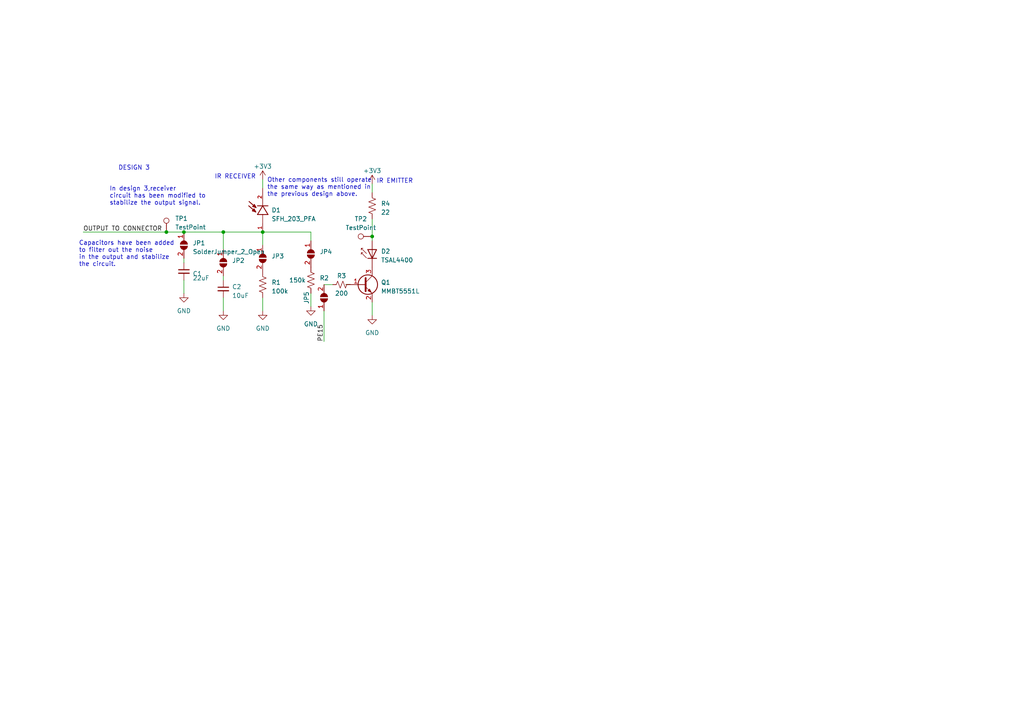
<source format=kicad_sch>
(kicad_sch (version 20230121) (generator eeschema)

  (uuid 3f0238dd-67d5-44a5-b7c4-baa1fd09b154)

  (paper "A4")

  (lib_symbols
    (symbol "Connector:TestPoint" (pin_numbers hide) (pin_names (offset 0.762) hide) (in_bom yes) (on_board yes)
      (property "Reference" "TP" (at 0 6.858 0)
        (effects (font (size 1.27 1.27)))
      )
      (property "Value" "TestPoint" (at 0 5.08 0)
        (effects (font (size 1.27 1.27)))
      )
      (property "Footprint" "" (at 5.08 0 0)
        (effects (font (size 1.27 1.27)) hide)
      )
      (property "Datasheet" "~" (at 5.08 0 0)
        (effects (font (size 1.27 1.27)) hide)
      )
      (property "ki_keywords" "test point tp" (at 0 0 0)
        (effects (font (size 1.27 1.27)) hide)
      )
      (property "ki_description" "test point" (at 0 0 0)
        (effects (font (size 1.27 1.27)) hide)
      )
      (property "ki_fp_filters" "Pin* Test*" (at 0 0 0)
        (effects (font (size 1.27 1.27)) hide)
      )
      (symbol "TestPoint_0_1"
        (circle (center 0 3.302) (radius 0.762)
          (stroke (width 0) (type default))
          (fill (type none))
        )
      )
      (symbol "TestPoint_1_1"
        (pin passive line (at 0 0 90) (length 2.54)
          (name "1" (effects (font (size 1.27 1.27))))
          (number "1" (effects (font (size 1.27 1.27))))
        )
      )
    )
    (symbol "Device:C_Small" (pin_numbers hide) (pin_names (offset 0.254) hide) (in_bom yes) (on_board yes)
      (property "Reference" "C" (at 0.254 1.778 0)
        (effects (font (size 1.27 1.27)) (justify left))
      )
      (property "Value" "C_Small" (at 0.254 -2.032 0)
        (effects (font (size 1.27 1.27)) (justify left))
      )
      (property "Footprint" "" (at 0 0 0)
        (effects (font (size 1.27 1.27)) hide)
      )
      (property "Datasheet" "~" (at 0 0 0)
        (effects (font (size 1.27 1.27)) hide)
      )
      (property "ki_keywords" "capacitor cap" (at 0 0 0)
        (effects (font (size 1.27 1.27)) hide)
      )
      (property "ki_description" "Unpolarized capacitor, small symbol" (at 0 0 0)
        (effects (font (size 1.27 1.27)) hide)
      )
      (property "ki_fp_filters" "C_*" (at 0 0 0)
        (effects (font (size 1.27 1.27)) hide)
      )
      (symbol "C_Small_0_1"
        (polyline
          (pts
            (xy -1.524 -0.508)
            (xy 1.524 -0.508)
          )
          (stroke (width 0.3302) (type default))
          (fill (type none))
        )
        (polyline
          (pts
            (xy -1.524 0.508)
            (xy 1.524 0.508)
          )
          (stroke (width 0.3048) (type default))
          (fill (type none))
        )
      )
      (symbol "C_Small_1_1"
        (pin passive line (at 0 2.54 270) (length 2.032)
          (name "~" (effects (font (size 1.27 1.27))))
          (number "1" (effects (font (size 1.27 1.27))))
        )
        (pin passive line (at 0 -2.54 90) (length 2.032)
          (name "~" (effects (font (size 1.27 1.27))))
          (number "2" (effects (font (size 1.27 1.27))))
        )
      )
    )
    (symbol "Device:R_Small_US" (pin_numbers hide) (pin_names (offset 0.254) hide) (in_bom yes) (on_board yes)
      (property "Reference" "R" (at 0.762 0.508 0)
        (effects (font (size 1.27 1.27)) (justify left))
      )
      (property "Value" "R_Small_US" (at 0.762 -1.016 0)
        (effects (font (size 1.27 1.27)) (justify left))
      )
      (property "Footprint" "" (at 0 0 0)
        (effects (font (size 1.27 1.27)) hide)
      )
      (property "Datasheet" "~" (at 0 0 0)
        (effects (font (size 1.27 1.27)) hide)
      )
      (property "ki_keywords" "r resistor" (at 0 0 0)
        (effects (font (size 1.27 1.27)) hide)
      )
      (property "ki_description" "Resistor, small US symbol" (at 0 0 0)
        (effects (font (size 1.27 1.27)) hide)
      )
      (property "ki_fp_filters" "R_*" (at 0 0 0)
        (effects (font (size 1.27 1.27)) hide)
      )
      (symbol "R_Small_US_1_1"
        (polyline
          (pts
            (xy 0 0)
            (xy 1.016 -0.381)
            (xy 0 -0.762)
            (xy -1.016 -1.143)
            (xy 0 -1.524)
          )
          (stroke (width 0) (type default))
          (fill (type none))
        )
        (polyline
          (pts
            (xy 0 1.524)
            (xy 1.016 1.143)
            (xy 0 0.762)
            (xy -1.016 0.381)
            (xy 0 0)
          )
          (stroke (width 0) (type default))
          (fill (type none))
        )
        (pin passive line (at 0 2.54 270) (length 1.016)
          (name "~" (effects (font (size 1.27 1.27))))
          (number "1" (effects (font (size 1.27 1.27))))
        )
        (pin passive line (at 0 -2.54 90) (length 1.016)
          (name "~" (effects (font (size 1.27 1.27))))
          (number "2" (effects (font (size 1.27 1.27))))
        )
      )
    )
    (symbol "Device:R_US" (pin_numbers hide) (pin_names (offset 0)) (in_bom yes) (on_board yes)
      (property "Reference" "R" (at 2.54 0 90)
        (effects (font (size 1.27 1.27)))
      )
      (property "Value" "R_US" (at -2.54 0 90)
        (effects (font (size 1.27 1.27)))
      )
      (property "Footprint" "" (at 1.016 -0.254 90)
        (effects (font (size 1.27 1.27)) hide)
      )
      (property "Datasheet" "~" (at 0 0 0)
        (effects (font (size 1.27 1.27)) hide)
      )
      (property "ki_keywords" "R res resistor" (at 0 0 0)
        (effects (font (size 1.27 1.27)) hide)
      )
      (property "ki_description" "Resistor, US symbol" (at 0 0 0)
        (effects (font (size 1.27 1.27)) hide)
      )
      (property "ki_fp_filters" "R_*" (at 0 0 0)
        (effects (font (size 1.27 1.27)) hide)
      )
      (symbol "R_US_0_1"
        (polyline
          (pts
            (xy 0 -2.286)
            (xy 0 -2.54)
          )
          (stroke (width 0) (type default))
          (fill (type none))
        )
        (polyline
          (pts
            (xy 0 2.286)
            (xy 0 2.54)
          )
          (stroke (width 0) (type default))
          (fill (type none))
        )
        (polyline
          (pts
            (xy 0 -0.762)
            (xy 1.016 -1.143)
            (xy 0 -1.524)
            (xy -1.016 -1.905)
            (xy 0 -2.286)
          )
          (stroke (width 0) (type default))
          (fill (type none))
        )
        (polyline
          (pts
            (xy 0 0.762)
            (xy 1.016 0.381)
            (xy 0 0)
            (xy -1.016 -0.381)
            (xy 0 -0.762)
          )
          (stroke (width 0) (type default))
          (fill (type none))
        )
        (polyline
          (pts
            (xy 0 2.286)
            (xy 1.016 1.905)
            (xy 0 1.524)
            (xy -1.016 1.143)
            (xy 0 0.762)
          )
          (stroke (width 0) (type default))
          (fill (type none))
        )
      )
      (symbol "R_US_1_1"
        (pin passive line (at 0 3.81 270) (length 1.27)
          (name "~" (effects (font (size 1.27 1.27))))
          (number "1" (effects (font (size 1.27 1.27))))
        )
        (pin passive line (at 0 -3.81 90) (length 1.27)
          (name "~" (effects (font (size 1.27 1.27))))
          (number "2" (effects (font (size 1.27 1.27))))
        )
      )
    )
    (symbol "Jumper:SolderJumper_2_Open" (pin_names (offset 0) hide) (in_bom yes) (on_board yes)
      (property "Reference" "JP" (at 0 2.032 0)
        (effects (font (size 1.27 1.27)))
      )
      (property "Value" "SolderJumper_2_Open" (at 0 -2.54 0)
        (effects (font (size 1.27 1.27)))
      )
      (property "Footprint" "" (at 0 0 0)
        (effects (font (size 1.27 1.27)) hide)
      )
      (property "Datasheet" "~" (at 0 0 0)
        (effects (font (size 1.27 1.27)) hide)
      )
      (property "ki_keywords" "solder jumper SPST" (at 0 0 0)
        (effects (font (size 1.27 1.27)) hide)
      )
      (property "ki_description" "Solder Jumper, 2-pole, open" (at 0 0 0)
        (effects (font (size 1.27 1.27)) hide)
      )
      (property "ki_fp_filters" "SolderJumper*Open*" (at 0 0 0)
        (effects (font (size 1.27 1.27)) hide)
      )
      (symbol "SolderJumper_2_Open_0_1"
        (arc (start -0.254 1.016) (mid -1.2656 0) (end -0.254 -1.016)
          (stroke (width 0) (type default))
          (fill (type none))
        )
        (arc (start -0.254 1.016) (mid -1.2656 0) (end -0.254 -1.016)
          (stroke (width 0) (type default))
          (fill (type outline))
        )
        (polyline
          (pts
            (xy -0.254 1.016)
            (xy -0.254 -1.016)
          )
          (stroke (width 0) (type default))
          (fill (type none))
        )
        (polyline
          (pts
            (xy 0.254 1.016)
            (xy 0.254 -1.016)
          )
          (stroke (width 0) (type default))
          (fill (type none))
        )
        (arc (start 0.254 -1.016) (mid 1.2656 0) (end 0.254 1.016)
          (stroke (width 0) (type default))
          (fill (type none))
        )
        (arc (start 0.254 -1.016) (mid 1.2656 0) (end 0.254 1.016)
          (stroke (width 0) (type default))
          (fill (type outline))
        )
      )
      (symbol "SolderJumper_2_Open_1_1"
        (pin passive line (at -3.81 0 0) (length 2.54)
          (name "A" (effects (font (size 1.27 1.27))))
          (number "1" (effects (font (size 1.27 1.27))))
        )
        (pin passive line (at 3.81 0 180) (length 2.54)
          (name "B" (effects (font (size 1.27 1.27))))
          (number "2" (effects (font (size 1.27 1.27))))
        )
      )
    )
    (symbol "LED:TSAL4400" (pin_numbers hide) (pin_names (offset 1.016) hide) (in_bom yes) (on_board yes)
      (property "Reference" "D" (at 0.508 1.778 0)
        (effects (font (size 1.27 1.27)) (justify left))
      )
      (property "Value" "TSAL4400" (at -1.016 -2.794 0)
        (effects (font (size 1.27 1.27)))
      )
      (property "Footprint" "LED_THT:LED_D3.0mm_IRBlack" (at 0 4.445 0)
        (effects (font (size 1.27 1.27)) hide)
      )
      (property "Datasheet" "http://www.vishay.com/docs/81006/tsal4400.pdf" (at -1.27 0 0)
        (effects (font (size 1.27 1.27)) hide)
      )
      (property "ki_keywords" "opto IR LED" (at 0 0 0)
        (effects (font (size 1.27 1.27)) hide)
      )
      (property "ki_description" "Infrared LED , 3mm LED package" (at 0 0 0)
        (effects (font (size 1.27 1.27)) hide)
      )
      (property "ki_fp_filters" "LED*3.0mm*IRBlack*" (at 0 0 0)
        (effects (font (size 1.27 1.27)) hide)
      )
      (symbol "TSAL4400_0_1"
        (polyline
          (pts
            (xy -2.54 1.27)
            (xy -2.54 -1.27)
          )
          (stroke (width 0.254) (type default))
          (fill (type none))
        )
        (polyline
          (pts
            (xy 0 0)
            (xy -2.54 0)
          )
          (stroke (width 0) (type default))
          (fill (type none))
        )
        (polyline
          (pts
            (xy 0.381 3.175)
            (xy -0.127 3.175)
          )
          (stroke (width 0) (type default))
          (fill (type none))
        )
        (polyline
          (pts
            (xy -1.143 1.651)
            (xy 0.381 3.175)
            (xy 0.381 2.667)
          )
          (stroke (width 0) (type default))
          (fill (type none))
        )
        (polyline
          (pts
            (xy 0 1.27)
            (xy -2.54 0)
            (xy 0 -1.27)
            (xy 0 1.27)
          )
          (stroke (width 0.254) (type default))
          (fill (type none))
        )
        (polyline
          (pts
            (xy -2.413 1.651)
            (xy -0.889 3.175)
            (xy -0.889 2.667)
            (xy -0.889 3.175)
            (xy -1.397 3.175)
          )
          (stroke (width 0) (type default))
          (fill (type none))
        )
      )
      (symbol "TSAL4400_1_1"
        (pin passive line (at -5.08 0 0) (length 2.54)
          (name "K" (effects (font (size 1.27 1.27))))
          (number "1" (effects (font (size 1.27 1.27))))
        )
        (pin passive line (at 2.54 0 180) (length 2.54)
          (name "A" (effects (font (size 1.27 1.27))))
          (number "2" (effects (font (size 1.27 1.27))))
        )
      )
    )
    (symbol "SFH_203_PFA:SFH_203_PFA" (pin_names (offset 1.016)) (in_bom yes) (on_board yes)
      (property "Reference" "D" (at -3.0988 4.4958 0)
        (effects (font (size 1.27 1.27)) (justify left bottom))
      )
      (property "Value" "SFH_203_PFA" (at -3.556 -3.302 0)
        (effects (font (size 1.27 1.27)) (justify left bottom))
      )
      (property "Footprint" "SFH_203_PFA:XDCR_SFH_203_PFA" (at 0 0 0)
        (effects (font (size 1.27 1.27)) (justify bottom) hide)
      )
      (property "Datasheet" "" (at 0 0 0)
        (effects (font (size 1.27 1.27)) hide)
      )
      (property "MF" "OSRAM Opto" (at 0 0 0)
        (effects (font (size 1.27 1.27)) (justify bottom) hide)
      )
      (property "Description" "\nPhotodiode 850nm 5ns 150° Radial\n" (at 0 0 0)
        (effects (font (size 1.27 1.27)) (justify bottom) hide)
      )
      (property "Package" "Radial Osram Opto" (at 0 0 0)
        (effects (font (size 1.27 1.27)) (justify bottom) hide)
      )
      (property "Price" "None" (at 0 0 0)
        (effects (font (size 1.27 1.27)) (justify bottom) hide)
      )
      (property "Check_prices" "https://www.snapeda.com/parts/SFH%20203%20PFA/OSRAM+Opto+Semiconductors+Inc./view-part/?ref=eda" (at 0 0 0)
        (effects (font (size 1.27 1.27)) (justify bottom) hide)
      )
      (property "STANDARD" "Manufacturer Recommendations" (at 0 0 0)
        (effects (font (size 1.27 1.27)) (justify bottom) hide)
      )
      (property "PARTREV" "1.3" (at 0 0 0)
        (effects (font (size 1.27 1.27)) (justify bottom) hide)
      )
      (property "SnapEDA_Link" "https://www.snapeda.com/parts/SFH%20203%20PFA/OSRAM+Opto+Semiconductors+Inc./view-part/?ref=snap" (at 0 0 0)
        (effects (font (size 1.27 1.27)) (justify bottom) hide)
      )
      (property "MP" "SFH 203 PFA" (at 0 0 0)
        (effects (font (size 1.27 1.27)) (justify bottom) hide)
      )
      (property "Availability" "In Stock" (at 0 0 0)
        (effects (font (size 1.27 1.27)) (justify bottom) hide)
      )
      (property "MANUFACTURER" "OSRAM" (at 0 0 0)
        (effects (font (size 1.27 1.27)) (justify bottom) hide)
      )
      (symbol "SFH_203_PFA_0_0"
        (polyline
          (pts
            (xy -2.54 -1.524)
            (xy 0 0)
          )
          (stroke (width 0.254) (type default))
          (fill (type none))
        )
        (polyline
          (pts
            (xy -2.54 0)
            (xy -5.08 0)
          )
          (stroke (width 0.1524) (type default))
          (fill (type none))
        )
        (polyline
          (pts
            (xy -2.54 0)
            (xy -2.54 -1.524)
          )
          (stroke (width 0.254) (type default))
          (fill (type none))
        )
        (polyline
          (pts
            (xy -2.54 1.524)
            (xy -2.54 0)
          )
          (stroke (width 0.254) (type default))
          (fill (type none))
        )
        (polyline
          (pts
            (xy -1.778 2.032)
            (xy -1.4478 2.9972)
          )
          (stroke (width 0.254) (type default))
          (fill (type none))
        )
        (polyline
          (pts
            (xy -1.778 2.032)
            (xy 0 4.064)
          )
          (stroke (width 0.254) (type default))
          (fill (type none))
        )
        (polyline
          (pts
            (xy -1.4732 2.2606)
            (xy -1.3462 2.2606)
          )
          (stroke (width 0.254) (type default))
          (fill (type none))
        )
        (polyline
          (pts
            (xy -1.4478 2.9972)
            (xy -1.4732 2.2606)
          )
          (stroke (width 0.254) (type default))
          (fill (type none))
        )
        (polyline
          (pts
            (xy -1.4478 2.9972)
            (xy -0.889 2.5146)
          )
          (stroke (width 0.254) (type default))
          (fill (type none))
        )
        (polyline
          (pts
            (xy -1.0668 2.5908)
            (xy -1.2954 2.4384)
          )
          (stroke (width 0.254) (type default))
          (fill (type none))
        )
        (polyline
          (pts
            (xy -0.889 2.5146)
            (xy -1.778 2.032)
          )
          (stroke (width 0.254) (type default))
          (fill (type none))
        )
        (polyline
          (pts
            (xy -0.5334 1.9304)
            (xy -0.2032 2.8956)
          )
          (stroke (width 0.254) (type default))
          (fill (type none))
        )
        (polyline
          (pts
            (xy -0.5334 1.9304)
            (xy 1.2446 3.9624)
          )
          (stroke (width 0.254) (type default))
          (fill (type none))
        )
        (polyline
          (pts
            (xy -0.2286 2.159)
            (xy -0.1016 2.159)
          )
          (stroke (width 0.254) (type default))
          (fill (type none))
        )
        (polyline
          (pts
            (xy -0.2032 2.8956)
            (xy -0.2286 2.159)
          )
          (stroke (width 0.254) (type default))
          (fill (type none))
        )
        (polyline
          (pts
            (xy -0.2032 2.8956)
            (xy 0.3556 2.413)
          )
          (stroke (width 0.254) (type default))
          (fill (type none))
        )
        (polyline
          (pts
            (xy 0 0)
            (xy -2.54 1.524)
          )
          (stroke (width 0.254) (type default))
          (fill (type none))
        )
        (polyline
          (pts
            (xy 0 1.524)
            (xy 0 -1.524)
          )
          (stroke (width 0.254) (type default))
          (fill (type none))
        )
        (polyline
          (pts
            (xy 0.1778 2.4892)
            (xy -0.0508 2.3368)
          )
          (stroke (width 0.254) (type default))
          (fill (type none))
        )
        (polyline
          (pts
            (xy 0.3556 2.413)
            (xy -0.5334 1.9304)
          )
          (stroke (width 0.254) (type default))
          (fill (type none))
        )
        (pin passive line (at -7.62 0 0) (length 2.54)
          (name "~" (effects (font (size 1.016 1.016))))
          (number "1" (effects (font (size 1.016 1.016))))
        )
        (pin passive line (at 5.08 0 180) (length 5.08)
          (name "~" (effects (font (size 1.016 1.016))))
          (number "2" (effects (font (size 1.016 1.016))))
        )
      )
    )
    (symbol "Transistor_BJT:MMBT5551L" (pin_names (offset 0) hide) (in_bom yes) (on_board yes)
      (property "Reference" "Q" (at 5.08 1.905 0)
        (effects (font (size 1.27 1.27)) (justify left))
      )
      (property "Value" "MMBT5551L" (at 5.08 0 0)
        (effects (font (size 1.27 1.27)) (justify left))
      )
      (property "Footprint" "Package_TO_SOT_SMD:SOT-23" (at 5.08 -1.905 0)
        (effects (font (size 1.27 1.27) italic) (justify left) hide)
      )
      (property "Datasheet" "www.onsemi.com/pub/Collateral/MMBT5550LT1-D.PDF" (at 0 0 0)
        (effects (font (size 1.27 1.27)) (justify left) hide)
      )
      (property "ki_keywords" "NPN Transistor" (at 0 0 0)
        (effects (font (size 1.27 1.27)) hide)
      )
      (property "ki_description" "0.6A Ic, 160V Vce, NPN Transistor, SOT-23" (at 0 0 0)
        (effects (font (size 1.27 1.27)) hide)
      )
      (property "ki_fp_filters" "SOT?23*" (at 0 0 0)
        (effects (font (size 1.27 1.27)) hide)
      )
      (symbol "MMBT5551L_0_1"
        (polyline
          (pts
            (xy 0.635 0.635)
            (xy 2.54 2.54)
          )
          (stroke (width 0) (type default))
          (fill (type none))
        )
        (polyline
          (pts
            (xy 0.635 -0.635)
            (xy 2.54 -2.54)
            (xy 2.54 -2.54)
          )
          (stroke (width 0) (type default))
          (fill (type none))
        )
        (polyline
          (pts
            (xy 0.635 1.905)
            (xy 0.635 -1.905)
            (xy 0.635 -1.905)
          )
          (stroke (width 0.508) (type default))
          (fill (type none))
        )
        (polyline
          (pts
            (xy 1.27 -1.778)
            (xy 1.778 -1.27)
            (xy 2.286 -2.286)
            (xy 1.27 -1.778)
            (xy 1.27 -1.778)
          )
          (stroke (width 0) (type default))
          (fill (type outline))
        )
        (circle (center 1.27 0) (radius 2.8194)
          (stroke (width 0.254) (type default))
          (fill (type none))
        )
      )
      (symbol "MMBT5551L_1_1"
        (pin input line (at -5.08 0 0) (length 5.715)
          (name "B" (effects (font (size 1.27 1.27))))
          (number "1" (effects (font (size 1.27 1.27))))
        )
        (pin passive line (at 2.54 -5.08 90) (length 2.54)
          (name "E" (effects (font (size 1.27 1.27))))
          (number "2" (effects (font (size 1.27 1.27))))
        )
        (pin passive line (at 2.54 5.08 270) (length 2.54)
          (name "C" (effects (font (size 1.27 1.27))))
          (number "3" (effects (font (size 1.27 1.27))))
        )
      )
    )
    (symbol "power:+3V3" (power) (pin_names (offset 0)) (in_bom yes) (on_board yes)
      (property "Reference" "#PWR" (at 0 -3.81 0)
        (effects (font (size 1.27 1.27)) hide)
      )
      (property "Value" "+3V3" (at 0 3.556 0)
        (effects (font (size 1.27 1.27)))
      )
      (property "Footprint" "" (at 0 0 0)
        (effects (font (size 1.27 1.27)) hide)
      )
      (property "Datasheet" "" (at 0 0 0)
        (effects (font (size 1.27 1.27)) hide)
      )
      (property "ki_keywords" "global power" (at 0 0 0)
        (effects (font (size 1.27 1.27)) hide)
      )
      (property "ki_description" "Power symbol creates a global label with name \"+3V3\"" (at 0 0 0)
        (effects (font (size 1.27 1.27)) hide)
      )
      (symbol "+3V3_0_1"
        (polyline
          (pts
            (xy -0.762 1.27)
            (xy 0 2.54)
          )
          (stroke (width 0) (type default))
          (fill (type none))
        )
        (polyline
          (pts
            (xy 0 0)
            (xy 0 2.54)
          )
          (stroke (width 0) (type default))
          (fill (type none))
        )
        (polyline
          (pts
            (xy 0 2.54)
            (xy 0.762 1.27)
          )
          (stroke (width 0) (type default))
          (fill (type none))
        )
      )
      (symbol "+3V3_1_1"
        (pin power_in line (at 0 0 90) (length 0) hide
          (name "+3V3" (effects (font (size 1.27 1.27))))
          (number "1" (effects (font (size 1.27 1.27))))
        )
      )
    )
    (symbol "power:GND" (power) (pin_names (offset 0)) (in_bom yes) (on_board yes)
      (property "Reference" "#PWR" (at 0 -6.35 0)
        (effects (font (size 1.27 1.27)) hide)
      )
      (property "Value" "GND" (at 0 -3.81 0)
        (effects (font (size 1.27 1.27)))
      )
      (property "Footprint" "" (at 0 0 0)
        (effects (font (size 1.27 1.27)) hide)
      )
      (property "Datasheet" "" (at 0 0 0)
        (effects (font (size 1.27 1.27)) hide)
      )
      (property "ki_keywords" "global power" (at 0 0 0)
        (effects (font (size 1.27 1.27)) hide)
      )
      (property "ki_description" "Power symbol creates a global label with name \"GND\" , ground" (at 0 0 0)
        (effects (font (size 1.27 1.27)) hide)
      )
      (symbol "GND_0_1"
        (polyline
          (pts
            (xy 0 0)
            (xy 0 -1.27)
            (xy 1.27 -1.27)
            (xy 0 -2.54)
            (xy -1.27 -1.27)
            (xy 0 -1.27)
          )
          (stroke (width 0) (type default))
          (fill (type none))
        )
      )
      (symbol "GND_1_1"
        (pin power_in line (at 0 0 270) (length 0) hide
          (name "GND" (effects (font (size 1.27 1.27))))
          (number "1" (effects (font (size 1.27 1.27))))
        )
      )
    )
  )

  (junction (at 64.77 67.31) (diameter 0) (color 0 0 0 0)
    (uuid 4dce243d-e68a-45cb-987f-6cd216d5e9a1)
  )
  (junction (at 48.26 67.31) (diameter 0) (color 0 0 0 0)
    (uuid 5692b92b-20c5-4824-8a38-4b46c3e88458)
  )
  (junction (at 107.95 68.58) (diameter 0) (color 0 0 0 0)
    (uuid 5f848727-df81-46ef-bbc0-0ad990e3f959)
  )
  (junction (at 76.2 67.31) (diameter 0) (color 0 0 0 0)
    (uuid 6d5bd624-3077-46e8-aa30-ffe70842e61c)
  )
  (junction (at 53.34 67.31) (diameter 0) (color 0 0 0 0)
    (uuid c7b921e2-5500-4854-afce-deb72bb1e31c)
  )

  (wire (pts (xy 107.95 68.58) (xy 107.95 69.85))
    (stroke (width 0) (type default))
    (uuid 035a7cfd-2a54-44c8-815d-2027764d584a)
  )
  (wire (pts (xy 64.77 67.31) (xy 76.2 67.31))
    (stroke (width 0) (type default))
    (uuid 1828b2f6-44e5-4a1e-bc94-727610d3f5f3)
  )
  (wire (pts (xy 64.77 81.28) (xy 64.77 80.01))
    (stroke (width 0) (type default))
    (uuid 2040d753-c712-4594-a0b8-ae121594b3a3)
  )
  (wire (pts (xy 90.17 67.31) (xy 90.17 69.85))
    (stroke (width 0) (type default))
    (uuid 235caed0-616f-47d0-a02b-56f1e928671e)
  )
  (wire (pts (xy 76.2 67.31) (xy 90.17 67.31))
    (stroke (width 0) (type default))
    (uuid 331a806a-e73e-448c-9a5f-06b13a93d35a)
  )
  (wire (pts (xy 64.77 86.36) (xy 64.77 90.17))
    (stroke (width 0) (type default))
    (uuid 3ceea25a-f46b-490f-97be-a6ad54df65dc)
  )
  (wire (pts (xy 48.26 67.31) (xy 53.34 67.31))
    (stroke (width 0) (type default))
    (uuid 3e877895-f1ec-495c-8df5-705c2aa74a41)
  )
  (wire (pts (xy 90.17 85.09) (xy 90.17 88.9))
    (stroke (width 0) (type default))
    (uuid 5ad80680-956e-4aa8-a9fe-08c756177dca)
  )
  (wire (pts (xy 101.6 82.55) (xy 100.33 82.55))
    (stroke (width 0) (type default))
    (uuid 64e3ee92-d2c7-4552-ad71-b04c0196c3dd)
  )
  (wire (pts (xy 53.34 67.31) (xy 64.77 67.31))
    (stroke (width 0) (type default))
    (uuid 738d2612-ccf5-460c-b972-7c43e104550c)
  )
  (wire (pts (xy 53.34 81.28) (xy 53.34 85.09))
    (stroke (width 0) (type default))
    (uuid 8e1f71b4-9b02-46e1-8eba-84cac5e8e8a3)
  )
  (wire (pts (xy 96.52 82.55) (xy 93.98 82.55))
    (stroke (width 0) (type default))
    (uuid 8e4de624-d20b-4967-873d-51d912845f81)
  )
  (wire (pts (xy 53.34 76.2) (xy 53.34 74.93))
    (stroke (width 0) (type default))
    (uuid ab587526-d96f-4b5c-8fe4-f59bb8043d4a)
  )
  (wire (pts (xy 76.2 86.36) (xy 76.2 90.17))
    (stroke (width 0) (type default))
    (uuid c5cd05d6-850b-4243-8d54-066742c4570e)
  )
  (wire (pts (xy 64.77 72.39) (xy 64.77 67.31))
    (stroke (width 0) (type default))
    (uuid d8dce78b-8e10-42ba-913e-d9e3f3d6592e)
  )
  (wire (pts (xy 107.95 63.5) (xy 107.95 68.58))
    (stroke (width 0) (type default))
    (uuid dbb65a5f-eb37-4cbf-9dce-b333e9585fc8)
  )
  (wire (pts (xy 24.13 67.31) (xy 48.26 67.31))
    (stroke (width 0) (type default))
    (uuid dd814af8-afb5-4bb4-b717-7ef02fbae285)
  )
  (wire (pts (xy 76.2 54.61) (xy 76.2 52.07))
    (stroke (width 0) (type default))
    (uuid e017727e-68f6-4a3b-8692-e6d832252538)
  )
  (wire (pts (xy 107.95 87.63) (xy 107.95 91.44))
    (stroke (width 0) (type default))
    (uuid ec17babc-34b8-43ba-a638-55d4fa66f3e0)
  )
  (wire (pts (xy 93.98 90.17) (xy 93.98 99.06))
    (stroke (width 0) (type default))
    (uuid f0dc1e8a-8d98-436f-a109-4b67765ca718)
  )
  (wire (pts (xy 76.2 67.31) (xy 76.2 71.12))
    (stroke (width 0) (type default))
    (uuid f339f3bd-8e3a-4d26-9681-5f9f6c9dea95)
  )
  (wire (pts (xy 107.95 53.34) (xy 107.95 55.88))
    (stroke (width 0) (type default))
    (uuid fb7198ae-ef97-46e4-9391-7d20359d0fe0)
  )

  (text "IR RECEIVER\n" (at 62.23 52.07 0)
    (effects (font (size 1.27 1.27)) (justify left bottom))
    (uuid 2fbac1f6-cb27-492f-8cae-bf7a0fadbd58)
  )
  (text "IR EMITTER\n" (at 109.22 53.34 0)
    (effects (font (size 1.27 1.27)) (justify left bottom))
    (uuid 98795e08-90b6-4af2-9624-37b28a08520e)
  )
  (text "In design 3,receiver\ncircuit has been modified to\nstabilize the output signal."
    (at 31.75 59.69 0)
    (effects (font (size 1.27 1.27)) (justify left bottom))
    (uuid 9a593797-0eec-4c1d-baff-978f54372821)
  )
  (text "Capacitors have been added \nto filter out the noise\nin the output and stabilize \nthe circuit."
    (at 22.86 77.47 0)
    (effects (font (size 1.27 1.27)) (justify left bottom))
    (uuid aa9a34a9-e820-4c32-8135-3e21f08c60fb)
  )
  (text "Other components still operate \nthe same way as mentioned in \nthe previous design above."
    (at 77.47 57.15 0)
    (effects (font (size 1.27 1.27)) (justify left bottom))
    (uuid bf30ca15-532b-4ded-8688-0b405b9a22e2)
  )
  (text "DESIGN 3\n" (at 34.29 49.53 0)
    (effects (font (size 1.27 1.27)) (justify left bottom))
    (uuid ee4e042a-08ad-49e0-b8da-87ad5b4b87a5)
  )

  (label "OUTPUT TO CONNECTOR" (at 24.13 67.31 0) (fields_autoplaced)
    (effects (font (size 1.27 1.27)) (justify left bottom))
    (uuid 69fcbeaf-0c5d-4901-bb4d-06d261107503)
  )
  (label "PE15" (at 93.98 99.06 90) (fields_autoplaced)
    (effects (font (size 1.27 1.27)) (justify left bottom))
    (uuid dacf7723-1077-4dbc-8f82-d846ead7a152)
  )

  (symbol (lib_id "power:GND") (at 76.2 90.17 0) (unit 1)
    (in_bom yes) (on_board yes) (dnp no) (fields_autoplaced)
    (uuid 03a005b8-7868-47aa-a812-2372fdf5dd48)
    (property "Reference" "#PWR04" (at 76.2 96.52 0)
      (effects (font (size 1.27 1.27)) hide)
    )
    (property "Value" "GND" (at 76.2 95.25 0)
      (effects (font (size 1.27 1.27)))
    )
    (property "Footprint" "" (at 76.2 90.17 0)
      (effects (font (size 1.27 1.27)) hide)
    )
    (property "Datasheet" "" (at 76.2 90.17 0)
      (effects (font (size 1.27 1.27)) hide)
    )
    (pin "1" (uuid cc865362-12e9-4265-ac0d-52ad4a0e7b0b))
    (instances
      (project "THIRD DESIGN"
        (path "/3f0238dd-67d5-44a5-b7c4-baa1fd09b154"
          (reference "#PWR04") (unit 1)
        )
      )
      (project "Sensing Subsystem"
        (path "/6e3b68fa-2b7b-4515-b2f2-755a8cd3d47f"
          (reference "#PWR030") (unit 1)
        )
      )
    )
  )

  (symbol (lib_id "Jumper:SolderJumper_2_Open") (at 76.2 74.93 270) (unit 1)
    (in_bom yes) (on_board yes) (dnp no) (fields_autoplaced)
    (uuid 0765605b-c162-48c9-9e92-46bd58d45c95)
    (property "Reference" "JP3" (at 78.74 74.295 90)
      (effects (font (size 1.27 1.27)) (justify left))
    )
    (property "Value" "SolderJumper_2_Open" (at 78.74 76.835 90)
      (effects (font (size 1.27 1.27)) (justify left) hide)
    )
    (property "Footprint" "Jumper:SolderJumper-2_P1.3mm_Open_RoundedPad1.0x1.5mm" (at 76.2 74.93 0)
      (effects (font (size 1.27 1.27)) hide)
    )
    (property "Datasheet" "~" (at 76.2 74.93 0)
      (effects (font (size 1.27 1.27)) hide)
    )
    (pin "1" (uuid 3511b323-e0f2-41e4-a42c-94cc680b5cd6))
    (pin "2" (uuid 5048a41b-c646-4651-b5f1-0f5e4b180cd6))
    (instances
      (project "THIRD DESIGN"
        (path "/3f0238dd-67d5-44a5-b7c4-baa1fd09b154"
          (reference "JP3") (unit 1)
        )
      )
      (project "Sensing Subsystem"
        (path "/6e3b68fa-2b7b-4515-b2f2-755a8cd3d47f"
          (reference "JP11") (unit 1)
        )
      )
    )
  )

  (symbol (lib_id "Device:R_US") (at 90.17 81.28 0) (unit 1)
    (in_bom yes) (on_board yes) (dnp no)
    (uuid 09edf354-6f55-47ed-8738-e4c2a548fd70)
    (property "Reference" "R2" (at 92.71 80.645 0)
      (effects (font (size 1.27 1.27)) (justify left))
    )
    (property "Value" "150k" (at 83.82 81.28 0)
      (effects (font (size 1.27 1.27)) (justify left))
    )
    (property "Footprint" "Resistor_SMD:R_0805_2012Metric" (at 91.186 81.534 90)
      (effects (font (size 1.27 1.27)) hide)
    )
    (property "Datasheet" "~" (at 90.17 81.28 0)
      (effects (font (size 1.27 1.27)) hide)
    )
    (pin "1" (uuid f33c06d1-834d-4a13-b9be-09c818a68b83))
    (pin "2" (uuid 5bf6c7ad-c6d0-4a84-a5cd-28a697bae438))
    (instances
      (project "THIRD DESIGN"
        (path "/3f0238dd-67d5-44a5-b7c4-baa1fd09b154"
          (reference "R2") (unit 1)
        )
      )
      (project "Sensing Subsystem"
        (path "/6e3b68fa-2b7b-4515-b2f2-755a8cd3d47f"
          (reference "R10") (unit 1)
        )
      )
    )
  )

  (symbol (lib_id "Connector:TestPoint") (at 48.26 67.31 0) (unit 1)
    (in_bom yes) (on_board yes) (dnp no) (fields_autoplaced)
    (uuid 1eb1360e-0285-4747-939c-44feed946764)
    (property "Reference" "TP1" (at 50.8 63.373 0)
      (effects (font (size 1.27 1.27)) (justify left))
    )
    (property "Value" "TestPoint" (at 50.8 65.913 0)
      (effects (font (size 1.27 1.27)) (justify left))
    )
    (property "Footprint" "TestPoint:TestPoint_Pad_D1.0mm" (at 53.34 67.31 0)
      (effects (font (size 1.27 1.27)) hide)
    )
    (property "Datasheet" "~" (at 53.34 67.31 0)
      (effects (font (size 1.27 1.27)) hide)
    )
    (pin "1" (uuid b615f9d4-eafb-4436-af94-75a4ec65dc53))
    (instances
      (project "THIRD DESIGN"
        (path "/3f0238dd-67d5-44a5-b7c4-baa1fd09b154"
          (reference "TP1") (unit 1)
        )
      )
      (project "Sensing Subsystem"
        (path "/6e3b68fa-2b7b-4515-b2f2-755a8cd3d47f"
          (reference "TP6") (unit 1)
        )
      )
    )
  )

  (symbol (lib_id "Jumper:SolderJumper_2_Open") (at 90.17 73.66 270) (unit 1)
    (in_bom yes) (on_board yes) (dnp no)
    (uuid 26b21266-c0d2-4eb3-94ad-8b6bbe6b70ad)
    (property "Reference" "JP4" (at 92.71 73.025 90)
      (effects (font (size 1.27 1.27)) (justify left))
    )
    (property "Value" "SolderJumper_2_Open" (at 92.71 75.565 0)
      (effects (font (size 1.27 1.27)) (justify left) hide)
    )
    (property "Footprint" "Jumper:SolderJumper-2_P1.3mm_Open_RoundedPad1.0x1.5mm" (at 90.17 73.66 0)
      (effects (font (size 1.27 1.27)) hide)
    )
    (property "Datasheet" "~" (at 90.17 73.66 0)
      (effects (font (size 1.27 1.27)) hide)
    )
    (pin "1" (uuid 28c24f20-25cf-4af3-ab91-4e72501ca24c))
    (pin "2" (uuid beaf73e8-b603-49da-aff1-223cadeee11b))
    (instances
      (project "THIRD DESIGN"
        (path "/3f0238dd-67d5-44a5-b7c4-baa1fd09b154"
          (reference "JP4") (unit 1)
        )
      )
      (project "Sensing Subsystem"
        (path "/6e3b68fa-2b7b-4515-b2f2-755a8cd3d47f"
          (reference "JP12") (unit 1)
        )
      )
    )
  )

  (symbol (lib_id "Device:R_US") (at 107.95 59.69 0) (unit 1)
    (in_bom yes) (on_board yes) (dnp no) (fields_autoplaced)
    (uuid 397fbb94-b407-48c6-a669-bfff37ffd007)
    (property "Reference" "R4" (at 110.49 59.055 0)
      (effects (font (size 1.27 1.27)) (justify left))
    )
    (property "Value" "22" (at 110.49 61.595 0)
      (effects (font (size 1.27 1.27)) (justify left))
    )
    (property "Footprint" "Resistor_SMD:R_0805_2012Metric" (at 108.966 59.944 90)
      (effects (font (size 1.27 1.27)) hide)
    )
    (property "Datasheet" "~" (at 107.95 59.69 0)
      (effects (font (size 1.27 1.27)) hide)
    )
    (pin "1" (uuid beb0c03d-2ca8-4198-ba36-49f99c91c8c2))
    (pin "2" (uuid 0af5b46f-7c11-4c5d-8b3e-b0b91a082cd2))
    (instances
      (project "THIRD DESIGN"
        (path "/3f0238dd-67d5-44a5-b7c4-baa1fd09b154"
          (reference "R4") (unit 1)
        )
      )
      (project "Sensing Subsystem"
        (path "/6e3b68fa-2b7b-4515-b2f2-755a8cd3d47f"
          (reference "R9") (unit 1)
        )
      )
    )
  )

  (symbol (lib_id "Jumper:SolderJumper_2_Open") (at 93.98 86.36 90) (unit 1)
    (in_bom yes) (on_board yes) (dnp no) (fields_autoplaced)
    (uuid 516d8de1-34ac-473f-96b2-5bd725de465d)
    (property "Reference" "JP5" (at 88.9 86.36 0)
      (effects (font (size 1.27 1.27)))
    )
    (property "Value" "SolderJumper_2_Open" (at 91.44 86.36 0)
      (effects (font (size 1.27 1.27)) hide)
    )
    (property "Footprint" "Jumper:SolderJumper-2_P1.3mm_Open_RoundedPad1.0x1.5mm" (at 93.98 86.36 0)
      (effects (font (size 1.27 1.27)) hide)
    )
    (property "Datasheet" "~" (at 93.98 86.36 0)
      (effects (font (size 1.27 1.27)) hide)
    )
    (pin "1" (uuid 9b8525c2-fe5e-4d5c-93b5-b973403f559a))
    (pin "2" (uuid 4135b719-117a-4052-bba8-11e712c81021))
    (instances
      (project "THIRD DESIGN"
        (path "/3f0238dd-67d5-44a5-b7c4-baa1fd09b154"
          (reference "JP5") (unit 1)
        )
      )
      (project "Sensing Subsystem"
        (path "/6e3b68fa-2b7b-4515-b2f2-755a8cd3d47f"
          (reference "JP18") (unit 1)
        )
      )
    )
  )

  (symbol (lib_id "Jumper:SolderJumper_2_Open") (at 53.34 71.12 270) (unit 1)
    (in_bom yes) (on_board yes) (dnp no) (fields_autoplaced)
    (uuid 632d35c7-df01-4532-967d-e0a95699c650)
    (property "Reference" "JP1" (at 55.88 70.485 90)
      (effects (font (size 1.27 1.27)) (justify left))
    )
    (property "Value" "SolderJumper_2_Open" (at 55.88 73.025 90)
      (effects (font (size 1.27 1.27)) (justify left))
    )
    (property "Footprint" "Jumper:SolderJumper-2_P1.3mm_Open_RoundedPad1.0x1.5mm" (at 53.34 71.12 0)
      (effects (font (size 1.27 1.27)) hide)
    )
    (property "Datasheet" "~" (at 53.34 71.12 0)
      (effects (font (size 1.27 1.27)) hide)
    )
    (pin "1" (uuid 55baa5b1-c121-4bd0-97ff-962aa5a294c6))
    (pin "2" (uuid 8b26ddb0-597f-4234-aa97-cc9b87a1aab8))
    (instances
      (project "THIRD DESIGN"
        (path "/3f0238dd-67d5-44a5-b7c4-baa1fd09b154"
          (reference "JP1") (unit 1)
        )
      )
      (project "Sensing Subsystem"
        (path "/6e3b68fa-2b7b-4515-b2f2-755a8cd3d47f"
          (reference "JP5") (unit 1)
        )
      )
    )
  )

  (symbol (lib_id "power:+3V3") (at 107.95 53.34 0) (unit 1)
    (in_bom yes) (on_board yes) (dnp no) (fields_autoplaced)
    (uuid 71e2b823-5115-474c-85e0-f381c3b7c12e)
    (property "Reference" "#PWR07" (at 107.95 57.15 0)
      (effects (font (size 1.27 1.27)) hide)
    )
    (property "Value" "+3V3" (at 107.95 49.53 0)
      (effects (font (size 1.27 1.27)))
    )
    (property "Footprint" "" (at 107.95 53.34 0)
      (effects (font (size 1.27 1.27)) hide)
    )
    (property "Datasheet" "" (at 107.95 53.34 0)
      (effects (font (size 1.27 1.27)) hide)
    )
    (pin "1" (uuid c8e96ca7-6173-4805-a4f8-61e31fe78894))
    (instances
      (project "THIRD DESIGN"
        (path "/3f0238dd-67d5-44a5-b7c4-baa1fd09b154"
          (reference "#PWR07") (unit 1)
        )
      )
      (project "Sensing Subsystem"
        (path "/6e3b68fa-2b7b-4515-b2f2-755a8cd3d47f"
          (reference "#PWR014") (unit 1)
        )
      )
    )
  )

  (symbol (lib_id "Device:R_Small_US") (at 99.06 82.55 90) (unit 1)
    (in_bom yes) (on_board yes) (dnp no)
    (uuid 749db809-5813-424b-a6e6-0b7ca1a07da3)
    (property "Reference" "R3" (at 99.06 80.01 90)
      (effects (font (size 1.27 1.27)))
    )
    (property "Value" "200" (at 99.06 85.09 90)
      (effects (font (size 1.27 1.27)))
    )
    (property "Footprint" "Resistor_SMD:R_0805_2012Metric" (at 99.06 82.55 0)
      (effects (font (size 1.27 1.27)) hide)
    )
    (property "Datasheet" "~" (at 99.06 82.55 0)
      (effects (font (size 1.27 1.27)) hide)
    )
    (pin "1" (uuid fd1851a0-6c05-4314-928d-3b730eedc645))
    (pin "2" (uuid 57d23658-a766-4c24-9b29-14f295e737d8))
    (instances
      (project "THIRD DESIGN"
        (path "/3f0238dd-67d5-44a5-b7c4-baa1fd09b154"
          (reference "R3") (unit 1)
        )
      )
      (project "Sensing Subsystem"
        (path "/6e3b68fa-2b7b-4515-b2f2-755a8cd3d47f"
          (reference "R13") (unit 1)
        )
      )
    )
  )

  (symbol (lib_id "SFH_203_PFA:SFH_203_PFA") (at 76.2 59.69 90) (unit 1)
    (in_bom yes) (on_board yes) (dnp no) (fields_autoplaced)
    (uuid 8b60ec9b-fce5-43ea-b4ee-83a163b387d2)
    (property "Reference" "D1" (at 78.74 60.9473 90)
      (effects (font (size 1.27 1.27)) (justify right))
    )
    (property "Value" "SFH_203_PFA" (at 78.74 63.4873 90)
      (effects (font (size 1.27 1.27)) (justify right))
    )
    (property "Footprint" "SFH203PFA:XDCR_SFH_203_PFA" (at 76.2 59.69 0)
      (effects (font (size 1.27 1.27)) (justify bottom) hide)
    )
    (property "Datasheet" "" (at 76.2 59.69 0)
      (effects (font (size 1.27 1.27)) hide)
    )
    (property "MF" "OSRAM Opto" (at 76.2 59.69 0)
      (effects (font (size 1.27 1.27)) (justify bottom) hide)
    )
    (property "Description" "\nPhotodiode 850nm 5ns 150° Radial\n" (at 76.2 59.69 0)
      (effects (font (size 1.27 1.27)) (justify bottom) hide)
    )
    (property "Package" "Radial Osram Opto" (at 76.2 59.69 0)
      (effects (font (size 1.27 1.27)) (justify bottom) hide)
    )
    (property "Price" "None" (at 76.2 59.69 0)
      (effects (font (size 1.27 1.27)) (justify bottom) hide)
    )
    (property "Check_prices" "https://www.snapeda.com/parts/SFH%20203%20PFA/OSRAM+Opto+Semiconductors+Inc./view-part/?ref=eda" (at 76.2 59.69 0)
      (effects (font (size 1.27 1.27)) (justify bottom) hide)
    )
    (property "STANDARD" "Manufacturer Recommendations" (at 76.2 59.69 0)
      (effects (font (size 1.27 1.27)) (justify bottom) hide)
    )
    (property "PARTREV" "1.3" (at 76.2 59.69 0)
      (effects (font (size 1.27 1.27)) (justify bottom) hide)
    )
    (property "SnapEDA_Link" "https://www.snapeda.com/parts/SFH%20203%20PFA/OSRAM+Opto+Semiconductors+Inc./view-part/?ref=snap" (at 76.2 59.69 0)
      (effects (font (size 1.27 1.27)) (justify bottom) hide)
    )
    (property "MP" "SFH 203 PFA" (at 76.2 59.69 0)
      (effects (font (size 1.27 1.27)) (justify bottom) hide)
    )
    (property "Availability" "In Stock" (at 76.2 59.69 0)
      (effects (font (size 1.27 1.27)) (justify bottom) hide)
    )
    (property "MANUFACTURER" "OSRAM" (at 76.2 59.69 0)
      (effects (font (size 1.27 1.27)) (justify bottom) hide)
    )
    (pin "1" (uuid 1b564977-0d64-4030-b468-cbd11eec7dab))
    (pin "2" (uuid e4912a2e-6e08-4eba-ac86-9c72635f937a))
    (instances
      (project "THIRD DESIGN"
        (path "/3f0238dd-67d5-44a5-b7c4-baa1fd09b154"
          (reference "D1") (unit 1)
        )
      )
      (project "Sensing Subsystem"
        (path "/6e3b68fa-2b7b-4515-b2f2-755a8cd3d47f"
          (reference "D6") (unit 1)
        )
      )
    )
  )

  (symbol (lib_id "Device:C_Small") (at 64.77 83.82 0) (unit 1)
    (in_bom yes) (on_board yes) (dnp no) (fields_autoplaced)
    (uuid 9738703d-9e6a-4618-ad98-4ecb8d167f20)
    (property "Reference" "C2" (at 67.31 83.1913 0)
      (effects (font (size 1.27 1.27)) (justify left))
    )
    (property "Value" "10uF" (at 67.31 85.7313 0)
      (effects (font (size 1.27 1.27)) (justify left))
    )
    (property "Footprint" "Capacitor_SMD:C_1206_3216Metric" (at 64.77 83.82 0)
      (effects (font (size 1.27 1.27)) hide)
    )
    (property "Datasheet" "~" (at 64.77 83.82 0)
      (effects (font (size 1.27 1.27)) hide)
    )
    (pin "1" (uuid f79a93c2-6d0d-4dd5-b291-6ce0147c08c2))
    (pin "2" (uuid caf9e485-70ce-4d8e-a77e-bde43b76c326))
    (instances
      (project "THIRD DESIGN"
        (path "/3f0238dd-67d5-44a5-b7c4-baa1fd09b154"
          (reference "C2") (unit 1)
        )
      )
      (project "Sensing Subsystem"
        (path "/6e3b68fa-2b7b-4515-b2f2-755a8cd3d47f"
          (reference "C4") (unit 1)
        )
      )
    )
  )

  (symbol (lib_id "LED:TSAL4400") (at 107.95 72.39 90) (unit 1)
    (in_bom yes) (on_board yes) (dnp no) (fields_autoplaced)
    (uuid 9772b615-be70-435c-812f-017f917ec29a)
    (property "Reference" "D2" (at 110.49 72.898 90)
      (effects (font (size 1.27 1.27)) (justify right))
    )
    (property "Value" "TSAL4400" (at 110.49 75.438 90)
      (effects (font (size 1.27 1.27)) (justify right))
    )
    (property "Footprint" "LED_THT:LED_D5.0mm_Horizontal_O1.27mm_Z3.0mm_IRBlack" (at 103.505 72.39 0)
      (effects (font (size 1.27 1.27)) hide)
    )
    (property "Datasheet" "http://www.vishay.com/docs/81006/tsal4400.pdf" (at 107.95 73.66 0)
      (effects (font (size 1.27 1.27)) hide)
    )
    (pin "1" (uuid c9713e11-406c-4967-b98b-d0ee37bff62b))
    (pin "2" (uuid b85240f1-76a1-40f6-9d95-f88066904cee))
    (instances
      (project "THIRD DESIGN"
        (path "/3f0238dd-67d5-44a5-b7c4-baa1fd09b154"
          (reference "D2") (unit 1)
        )
      )
      (project "Sensing Subsystem"
        (path "/6e3b68fa-2b7b-4515-b2f2-755a8cd3d47f"
          (reference "D2") (unit 1)
        )
      )
    )
  )

  (symbol (lib_id "power:+3V3") (at 76.2 52.07 0) (unit 1)
    (in_bom yes) (on_board yes) (dnp no) (fields_autoplaced)
    (uuid 988932ed-c998-4271-8c70-f4a1204a58ae)
    (property "Reference" "#PWR03" (at 76.2 55.88 0)
      (effects (font (size 1.27 1.27)) hide)
    )
    (property "Value" "+3V3" (at 76.2 48.26 0)
      (effects (font (size 1.27 1.27)))
    )
    (property "Footprint" "" (at 76.2 52.07 0)
      (effects (font (size 1.27 1.27)) hide)
    )
    (property "Datasheet" "" (at 76.2 52.07 0)
      (effects (font (size 1.27 1.27)) hide)
    )
    (pin "1" (uuid 49c521e8-b1c6-4cf4-b61f-18095302d388))
    (instances
      (project "THIRD DESIGN"
        (path "/3f0238dd-67d5-44a5-b7c4-baa1fd09b154"
          (reference "#PWR03") (unit 1)
        )
      )
      (project "Sensing Subsystem"
        (path "/6e3b68fa-2b7b-4515-b2f2-755a8cd3d47f"
          (reference "#PWR029") (unit 1)
        )
      )
    )
  )

  (symbol (lib_id "Jumper:SolderJumper_2_Open") (at 64.77 76.2 270) (unit 1)
    (in_bom yes) (on_board yes) (dnp no) (fields_autoplaced)
    (uuid a3b31e56-275f-4082-9176-750df064d6aa)
    (property "Reference" "JP2" (at 67.31 75.565 90)
      (effects (font (size 1.27 1.27)) (justify left))
    )
    (property "Value" "SolderJumper_2_Open" (at 67.31 78.105 90)
      (effects (font (size 1.27 1.27)) (justify left) hide)
    )
    (property "Footprint" "Jumper:SolderJumper-2_P1.3mm_Open_RoundedPad1.0x1.5mm" (at 64.77 76.2 0)
      (effects (font (size 1.27 1.27)) hide)
    )
    (property "Datasheet" "~" (at 64.77 76.2 0)
      (effects (font (size 1.27 1.27)) hide)
    )
    (pin "1" (uuid b7494854-0371-4b07-88bd-e97e6435a368))
    (pin "2" (uuid 996f2569-afcd-4e7b-9d35-b75a42558f48))
    (instances
      (project "THIRD DESIGN"
        (path "/3f0238dd-67d5-44a5-b7c4-baa1fd09b154"
          (reference "JP2") (unit 1)
        )
      )
      (project "Sensing Subsystem"
        (path "/6e3b68fa-2b7b-4515-b2f2-755a8cd3d47f"
          (reference "JP6") (unit 1)
        )
      )
    )
  )

  (symbol (lib_id "Device:C_Small") (at 53.34 78.74 0) (unit 1)
    (in_bom yes) (on_board yes) (dnp no) (fields_autoplaced)
    (uuid a61d41ee-13f7-4f30-86ef-78873d03eb9f)
    (property "Reference" "C1" (at 55.88 79.3813 0)
      (effects (font (size 1.27 1.27)) (justify left))
    )
    (property "Value" "22uF" (at 55.88 80.6513 0)
      (effects (font (size 1.27 1.27)) (justify left))
    )
    (property "Footprint" "Capacitor_SMD:C_1206_3216Metric" (at 53.34 78.74 0)
      (effects (font (size 1.27 1.27)) hide)
    )
    (property "Datasheet" "~" (at 53.34 78.74 0)
      (effects (font (size 1.27 1.27)) hide)
    )
    (pin "1" (uuid 1ddc3d8c-8265-4b43-837d-d6d6db8800de))
    (pin "2" (uuid e2792ca2-b9e4-44c4-bad3-83a28dada363))
    (instances
      (project "THIRD DESIGN"
        (path "/3f0238dd-67d5-44a5-b7c4-baa1fd09b154"
          (reference "C1") (unit 1)
        )
      )
      (project "Sensing Subsystem"
        (path "/6e3b68fa-2b7b-4515-b2f2-755a8cd3d47f"
          (reference "C3") (unit 1)
        )
      )
    )
  )

  (symbol (lib_id "Device:R_US") (at 76.2 82.55 0) (unit 1)
    (in_bom yes) (on_board yes) (dnp no) (fields_autoplaced)
    (uuid d7e96677-4f88-490c-b3ed-9b1bc88757e6)
    (property "Reference" "R1" (at 78.74 81.915 0)
      (effects (font (size 1.27 1.27)) (justify left))
    )
    (property "Value" "100k" (at 78.74 84.455 0)
      (effects (font (size 1.27 1.27)) (justify left))
    )
    (property "Footprint" "Resistor_SMD:R_0805_2012Metric" (at 77.216 82.804 90)
      (effects (font (size 1.27 1.27)) hide)
    )
    (property "Datasheet" "~" (at 76.2 82.55 0)
      (effects (font (size 1.27 1.27)) hide)
    )
    (pin "1" (uuid 28659e2a-8467-4118-a860-106caf6417a7))
    (pin "2" (uuid 10991ac4-fde1-44e1-89fd-e22f1865f007))
    (instances
      (project "THIRD DESIGN"
        (path "/3f0238dd-67d5-44a5-b7c4-baa1fd09b154"
          (reference "R1") (unit 1)
        )
      )
      (project "Sensing Subsystem"
        (path "/6e3b68fa-2b7b-4515-b2f2-755a8cd3d47f"
          (reference "R8") (unit 1)
        )
      )
    )
  )

  (symbol (lib_id "power:GND") (at 90.17 88.9 0) (unit 1)
    (in_bom yes) (on_board yes) (dnp no) (fields_autoplaced)
    (uuid dea18a0e-c94a-4191-b771-63de81355f75)
    (property "Reference" "#PWR05" (at 90.17 95.25 0)
      (effects (font (size 1.27 1.27)) hide)
    )
    (property "Value" "GND" (at 90.17 93.98 0)
      (effects (font (size 1.27 1.27)))
    )
    (property "Footprint" "" (at 90.17 88.9 0)
      (effects (font (size 1.27 1.27)) hide)
    )
    (property "Datasheet" "" (at 90.17 88.9 0)
      (effects (font (size 1.27 1.27)) hide)
    )
    (pin "1" (uuid 6647d9db-df36-4a3b-ae18-8890be0e047d))
    (instances
      (project "THIRD DESIGN"
        (path "/3f0238dd-67d5-44a5-b7c4-baa1fd09b154"
          (reference "#PWR05") (unit 1)
        )
      )
      (project "Sensing Subsystem"
        (path "/6e3b68fa-2b7b-4515-b2f2-755a8cd3d47f"
          (reference "#PWR031") (unit 1)
        )
      )
    )
  )

  (symbol (lib_id "power:GND") (at 64.77 90.17 0) (unit 1)
    (in_bom yes) (on_board yes) (dnp no) (fields_autoplaced)
    (uuid e21f71a6-6808-4f90-bad7-6ae9573915b4)
    (property "Reference" "#PWR02" (at 64.77 96.52 0)
      (effects (font (size 1.27 1.27)) hide)
    )
    (property "Value" "GND" (at 64.77 95.25 0)
      (effects (font (size 1.27 1.27)))
    )
    (property "Footprint" "" (at 64.77 90.17 0)
      (effects (font (size 1.27 1.27)) hide)
    )
    (property "Datasheet" "" (at 64.77 90.17 0)
      (effects (font (size 1.27 1.27)) hide)
    )
    (pin "1" (uuid 93b99f35-fc79-451b-bb28-8e07c64c691b))
    (instances
      (project "THIRD DESIGN"
        (path "/3f0238dd-67d5-44a5-b7c4-baa1fd09b154"
          (reference "#PWR02") (unit 1)
        )
      )
      (project "Sensing Subsystem"
        (path "/6e3b68fa-2b7b-4515-b2f2-755a8cd3d47f"
          (reference "#PWR028") (unit 1)
        )
      )
    )
  )

  (symbol (lib_id "power:GND") (at 53.34 85.09 0) (unit 1)
    (in_bom yes) (on_board yes) (dnp no) (fields_autoplaced)
    (uuid e3ce5b30-6e7c-4d3f-ada4-564f84ce4ce5)
    (property "Reference" "#PWR01" (at 53.34 91.44 0)
      (effects (font (size 1.27 1.27)) hide)
    )
    (property "Value" "GND" (at 53.34 90.17 0)
      (effects (font (size 1.27 1.27)))
    )
    (property "Footprint" "" (at 53.34 85.09 0)
      (effects (font (size 1.27 1.27)) hide)
    )
    (property "Datasheet" "" (at 53.34 85.09 0)
      (effects (font (size 1.27 1.27)) hide)
    )
    (pin "1" (uuid b752cbf1-d419-4b1c-a290-4b1182f64bff))
    (instances
      (project "THIRD DESIGN"
        (path "/3f0238dd-67d5-44a5-b7c4-baa1fd09b154"
          (reference "#PWR01") (unit 1)
        )
      )
      (project "Sensing Subsystem"
        (path "/6e3b68fa-2b7b-4515-b2f2-755a8cd3d47f"
          (reference "#PWR026") (unit 1)
        )
      )
    )
  )

  (symbol (lib_id "Connector:TestPoint") (at 107.95 68.58 90) (unit 1)
    (in_bom yes) (on_board yes) (dnp no) (fields_autoplaced)
    (uuid e7e352b0-55ba-47b1-a2a1-2821b64e5275)
    (property "Reference" "TP2" (at 104.648 63.5 90)
      (effects (font (size 1.27 1.27)))
    )
    (property "Value" "TestPoint" (at 104.648 66.04 90)
      (effects (font (size 1.27 1.27)))
    )
    (property "Footprint" "TestPoint:TestPoint_Pad_D1.0mm" (at 107.95 63.5 0)
      (effects (font (size 1.27 1.27)) hide)
    )
    (property "Datasheet" "~" (at 107.95 63.5 0)
      (effects (font (size 1.27 1.27)) hide)
    )
    (pin "1" (uuid 87b9f234-1e38-48b8-8c45-13b438b8aaf3))
    (instances
      (project "THIRD DESIGN"
        (path "/3f0238dd-67d5-44a5-b7c4-baa1fd09b154"
          (reference "TP2") (unit 1)
        )
      )
      (project "Sensing Subsystem"
        (path "/6e3b68fa-2b7b-4515-b2f2-755a8cd3d47f"
          (reference "TP3") (unit 1)
        )
      )
    )
  )

  (symbol (lib_id "power:GND") (at 107.95 91.44 0) (unit 1)
    (in_bom yes) (on_board yes) (dnp no) (fields_autoplaced)
    (uuid efdf9787-55ba-4baf-bcbe-19bb4f1d1c73)
    (property "Reference" "#PWR08" (at 107.95 97.79 0)
      (effects (font (size 1.27 1.27)) hide)
    )
    (property "Value" "GND" (at 107.95 96.52 0)
      (effects (font (size 1.27 1.27)))
    )
    (property "Footprint" "" (at 107.95 91.44 0)
      (effects (font (size 1.27 1.27)) hide)
    )
    (property "Datasheet" "" (at 107.95 91.44 0)
      (effects (font (size 1.27 1.27)) hide)
    )
    (pin "1" (uuid 18006371-a5be-4895-ab5f-6cd76ee58d44))
    (instances
      (project "THIRD DESIGN"
        (path "/3f0238dd-67d5-44a5-b7c4-baa1fd09b154"
          (reference "#PWR08") (unit 1)
        )
      )
      (project "Sensing Subsystem"
        (path "/6e3b68fa-2b7b-4515-b2f2-755a8cd3d47f"
          (reference "#PWR015") (unit 1)
        )
      )
    )
  )

  (symbol (lib_id "Transistor_BJT:MMBT5551L") (at 105.41 82.55 0) (unit 1)
    (in_bom yes) (on_board yes) (dnp no) (fields_autoplaced)
    (uuid f27aedd7-c422-48dd-afad-3015bf5bd9cd)
    (property "Reference" "Q1" (at 110.49 81.915 0)
      (effects (font (size 1.27 1.27)) (justify left))
    )
    (property "Value" "MMBT5551L" (at 110.49 84.455 0)
      (effects (font (size 1.27 1.27)) (justify left))
    )
    (property "Footprint" "Package_TO_SOT_SMD:SOT-23" (at 110.49 84.455 0)
      (effects (font (size 1.27 1.27) italic) (justify left) hide)
    )
    (property "Datasheet" "www.onsemi.com/pub/Collateral/MMBT5550LT1-D.PDF" (at 105.41 82.55 0)
      (effects (font (size 1.27 1.27)) (justify left) hide)
    )
    (pin "1" (uuid 69da3611-86b7-4086-ae5d-8800e1026eb8))
    (pin "2" (uuid d10787d7-3999-4fa5-8fc8-43e6084fe8b9))
    (pin "3" (uuid b75844da-31f9-45b2-a381-3bf689b9cc5a))
    (instances
      (project "THIRD DESIGN"
        (path "/3f0238dd-67d5-44a5-b7c4-baa1fd09b154"
          (reference "Q1") (unit 1)
        )
      )
      (project "Sensing Subsystem"
        (path "/6e3b68fa-2b7b-4515-b2f2-755a8cd3d47f"
          (reference "Q2") (unit 1)
        )
      )
    )
  )

  (sheet_instances
    (path "/" (page "1"))
  )
)

</source>
